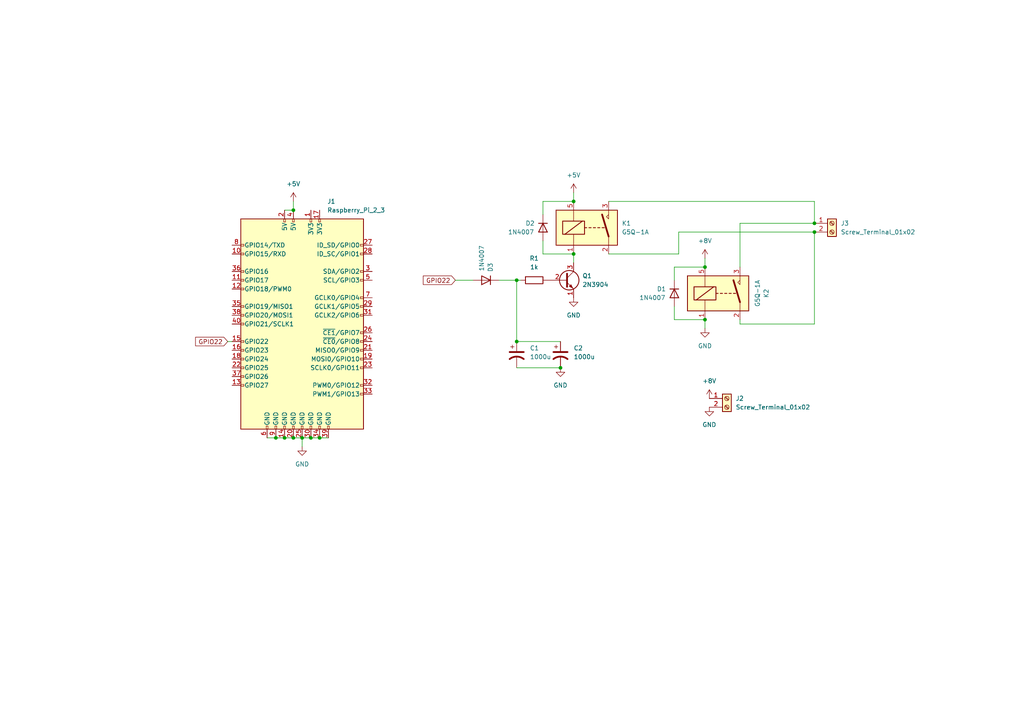
<source format=kicad_sch>
(kicad_sch (version 20230121) (generator eeschema)
  (paper "A4")
  (lib_symbols
    (symbol "Connector:Raspberry_Pi_2_3" (pin_names (offset 1.016))
      (property "Reference" "J" (at -17.78 31.75 0))
      (property "Value" "Raspberry_Pi_2_3" (at 10.16 -31.75 0))
      (symbol "Raspberry_Pi_2_3_0_1"
        (rectangle (start -17.78 30.48) (end 17.78 -30.48) (stroke (width 0.254)) (fill (type background)))
      )
      (symbol "Raspberry_Pi_2_3_1_1"
        (rectangle (start -16.891 -17.526) (end -17.78 -18.034))
        (rectangle (start -16.891 -14.986) (end -17.78 -15.494))
        (rectangle (start -16.891 -12.446) (end -17.78 -12.954))
        (rectangle (start -16.891 -9.906) (end -17.78 -10.414))
        (rectangle (start -16.891 -7.366) (end -17.78 -7.874))
        (rectangle (start -16.891 -4.826) (end -17.78 -5.334))
        (rectangle (start -16.891 0.254) (end -17.78 -0.254))
        (rectangle (start -16.891 2.794) (end -17.78 2.286))
        (rectangle (start -16.891 5.334) (end -17.78 4.826))
        (rectangle (start -16.891 10.414) (end -17.78 9.906))
        (rectangle (start -16.891 12.954) (end -17.78 12.446))
        (rectangle (start -16.891 15.494) (end -17.78 14.986))
        (rectangle (start -16.891 20.574) (end -17.78 20.066))
        (rectangle (start -16.891 23.114) (end -17.78 22.606))
        (rectangle (start -10.414 -29.591) (end -9.906 -30.48))
        (rectangle (start -7.874 -29.591) (end -7.366 -30.48))
        (rectangle (start -5.334 -29.591) (end -4.826 -30.48))
        (rectangle (start -5.334 30.48) (end -4.826 29.591))
        (rectangle (start -2.794 -29.591) (end -2.286 -30.48))
        (rectangle (start -2.794 30.48) (end -2.286 29.591))
        (rectangle (start -0.254 -29.591) (end 0.254 -30.48))
        (rectangle (start 2.286 -29.591) (end 2.794 -30.48))
        (rectangle (start 2.286 30.48) (end 2.794 29.591))
        (rectangle (start 4.826 -29.591) (end 5.334 -30.48))
        (rectangle (start 4.826 30.48) (end 5.334 29.591))
        (rectangle (start 7.366 -29.591) (end 7.874 -30.48))
        (rectangle (start 17.78 -20.066) (end 16.891 -20.574))
        (rectangle (start 17.78 -17.526) (end 16.891 -18.034))
        (rectangle (start 17.78 -12.446) (end 16.891 -12.954))
        (rectangle (start 17.78 -9.906) (end 16.891 -10.414))
        (rectangle (start 17.78 -7.366) (end 16.891 -7.874))
        (rectangle (start 17.78 -4.826) (end 16.891 -5.334))
        (rectangle (start 17.78 -2.286) (end 16.891 -2.794))
        (rectangle (start 17.78 2.794) (end 16.891 2.286))
        (rectangle (start 17.78 5.334) (end 16.891 4.826))
        (rectangle (start 17.78 7.874) (end 16.891 7.366))
        (rectangle (start 17.78 12.954) (end 16.891 12.446))
        (rectangle (start 17.78 15.494) (end 16.891 14.986))
        (rectangle (start 17.78 20.574) (end 16.891 20.066))
        (rectangle (start 17.78 23.114) (end 16.891 22.606))
        (pin power_in line (at 2.54 33.02 270) (length 2.54) (name "3V3") (number "1"))
        (pin bidirectional line (at -20.32 20.32 0) (length 2.54) (name "GPIO15/RXD") (number "10"))
        (pin bidirectional line (at -20.32 12.7 0) (length 2.54) (name "GPIO17") (number "11"))
        (pin bidirectional line (at -20.32 10.16 0) (length 2.54) (name "GPIO18/PWM0") (number "12"))
        (pin bidirectional line (at -20.32 -17.78 0) (length 2.54) (name "GPIO27") (number "13"))
        (pin power_in line (at -5.08 -33.02 90) (length 2.54) (name "GND") (number "14"))
        (pin bidirectional line (at -20.32 -5.08 0) (length 2.54) (name "GPIO22") (number "15"))
        (pin bidirectional line (at -20.32 -7.62 0) (length 2.54) (name "GPIO23") (number "16"))
        (pin power_in line (at 5.08 33.02 270) (length 2.54) (name "3V3") (number "17"))
        (pin bidirectional line (at -20.32 -10.16 0) (length 2.54) (name "GPIO24") (number "18"))
        (pin bidirectional line (at 20.32 -10.16 180) (length 2.54) (name "MOSI0/GPIO10") (number "19"))
        (pin power_in line (at -5.08 33.02 270) (length 2.54) (name "5V") (number "2"))
        (pin power_in line (at -2.54 -33.02 90) (length 2.54) (name "GND") (number "20"))
        (pin bidirectional line (at 20.32 -7.62 180) (length 2.54) (name "MISO0/GPIO9") (number "21"))
        (pin bidirectional line (at -20.32 -12.7 0) (length 2.54) (name "GPIO25") (number "22"))
        (pin bidirectional line (at 20.32 -12.7 180) (length 2.54) (name "SCLK0/GPIO11") (number "23"))
        (pin bidirectional line (at 20.32 -5.08 180) (length 2.54) (name "~{CE0}/GPIO8") (number "24"))
        (pin power_in line (at 0 -33.02 90) (length 2.54) (name "GND") (number "25"))
        (pin bidirectional line (at 20.32 -2.54 180) (length 2.54) (name "~{CE1}/GPIO7") (number "26"))
        (pin bidirectional line (at 20.32 22.86 180) (length 2.54) (name "ID_SD/GPIO0") (number "27"))
        (pin bidirectional line (at 20.32 20.32 180) (length 2.54) (name "ID_SC/GPIO1") (number "28"))
        (pin bidirectional line (at 20.32 5.08 180) (length 2.54) (name "GCLK1/GPIO5") (number "29"))
        (pin bidirectional line (at 20.32 15.24 180) (length 2.54) (name "SDA/GPIO2") (number "3"))
        (pin power_in line (at 2.54 -33.02 90) (length 2.54) (name "GND") (number "30"))
        (pin bidirectional line (at 20.32 2.54 180) (length 2.54) (name "GCLK2/GPIO6") (number "31"))
        (pin bidirectional line (at 20.32 -17.78 180) (length 2.54) (name "PWM0/GPIO12") (number "32"))
        (pin bidirectional line (at 20.32 -20.32 180) (length 2.54) (name "PWM1/GPIO13") (number "33"))
        (pin power_in line (at 5.08 -33.02 90) (length 2.54) (name "GND") (number "34"))
        (pin bidirectional line (at -20.32 5.08 0) (length 2.54) (name "GPIO19/MISO1") (number "35"))
        (pin bidirectional line (at -20.32 15.24 0) (length 2.54) (name "GPIO16") (number "36"))
        (pin bidirectional line (at -20.32 -15.24 0) (length 2.54) (name "GPIO26") (number "37"))
        (pin bidirectional line (at -20.32 2.54 0) (length 2.54) (name "GPIO20/MOSI1") (number "38"))
        (pin power_in line (at 7.62 -33.02 90) (length 2.54) (name "GND") (number "39"))
        (pin power_in line (at -2.54 33.02 270) (length 2.54) (name "5V") (number "4"))
        (pin bidirectional line (at -20.32 0 0) (length 2.54) (name "GPIO21/SCLK1") (number "40"))
        (pin bidirectional line (at 20.32 12.7 180) (length 2.54) (name "SCL/GPIO3") (number "5"))
        (pin power_in line (at -10.16 -33.02 90) (length 2.54) (name "GND") (number "6"))
        (pin bidirectional line (at 20.32 7.62 180) (length 2.54) (name "GCLK0/GPIO4") (number "7"))
        (pin bidirectional line (at -20.32 22.86 0) (length 2.54) (name "GPIO14/TXD") (number "8"))
        (pin power_in line (at -7.62 -33.02 90) (length 2.54) (name "GND") (number "9"))
      )
    )
    (symbol "Connector:Screw_Terminal_01x02" (pin_names (offset 1.016) hide)
      (property "Reference" "J" (at 0 2.54 0))
      (property "Value" "Screw_Terminal_01x02" (at 0 -5.08 0))
      (symbol "Screw_Terminal_01x02_1_1"
        (rectangle (start -1.27 1.27) (end 1.27 -3.81) (stroke (width 0.254)) (fill (type background)))
        (circle (center 0 -2.54) (radius 0.635) (stroke (width 0.1524)))
        (polyline (pts (xy -0.5334 -2.2098) (xy 0.3302 -3.048)) (stroke (width 0.1524)))
        (polyline (pts (xy -0.5334 0.3302) (xy 0.3302 -0.508)) (stroke (width 0.1524)))
        (polyline (pts (xy -0.3556 -2.032) (xy 0.508 -2.8702)) (stroke (width 0.1524)))
        (polyline (pts (xy -0.3556 0.508) (xy 0.508 -0.3302)) (stroke (width 0.1524)))
        (circle (center 0 0) (radius 0.635) (stroke (width 0.1524)))
        (pin passive line (at -5.08 0 0) (length 3.81) (name "Pin_1") (number "1"))
        (pin passive line (at -5.08 -2.54 0) (length 3.81) (name "Pin_2") (number "2"))
      )
    )
    (symbol "Device:C_Polarized_US" (pin_numbers hide) (pin_names (offset 0.254) hide)
      (property "Reference" "C" (at 0.635 2.54 0))
      (property "Value" "C_Polarized_US" (at 0.635 -2.54 0))
      (symbol "C_Polarized_US_0_1"
        (polyline (pts (xy -2.032 0.762) (xy 2.032 0.762)) (stroke (width 0.508)))
        (polyline (pts (xy -1.778 2.286) (xy -0.762 2.286)))
        (polyline (pts (xy -1.27 1.778) (xy -1.27 2.794)))
        (arc (start 2.032 -1.27) (mid 0 -0.5572) (end -2.032 -1.27) (stroke (width 0.508)))
      )
      (symbol "C_Polarized_US_1_1"
        (pin passive line (at 0 3.81 270) (length 2.794) (name "~") (number "1"))
        (pin passive line (at 0 -3.81 90) (length 3.302) (name "~") (number "2"))
      )
    )
    (symbol "Device:R" (pin_numbers hide) (pin_names (offset 0))
      (property "Reference" "R" (at 2.032 0 90))
      (property "Value" "R" (at 0 0 90))
      (symbol "R_0_1"
        (rectangle (start -1.016 -2.54) (end 1.016 2.54) (stroke (width 0.254)))
      )
      (symbol "R_1_1"
        (pin passive line (at 0 3.81 270) (length 1.27) (name "~") (number "1"))
        (pin passive line (at 0 -3.81 90) (length 1.27) (name "~") (number "2"))
      )
    )
    (symbol "Diode:1N4007" (pin_numbers hide) (pin_names hide)
      (property "Reference" "D" (at 0 2.54 0))
      (property "Value" "1N4007" (at 0 -2.54 0))
      (symbol "1N4007_0_1"
        (polyline (pts (xy -1.27 1.27) (xy -1.27 -1.27)) (stroke (width 0.254)))
        (polyline (pts (xy 1.27 0) (xy -1.27 0)))
        (polyline (pts (xy 1.27 1.27) (xy 1.27 -1.27) (xy -1.27 0) (xy 1.27 1.27)) (stroke (width 0.254)))
      )
      (symbol "1N4007_1_1"
        (pin passive line (at -3.81 0 0) (length 2.54) (name "K") (number "1"))
        (pin passive line (at 3.81 0 180) (length 2.54) (name "A") (number "2"))
      )
    )
    (symbol "Relay:G5Q-1A"
      (property "Reference" "K" (at 8.89 3.81 0))
      (property "Value" "G5Q-1A" (at 8.89 1.27 0))
      (symbol "G5Q-1A_0_0"
        (polyline (pts (xy 5.08 5.08) (xy 5.08 2.54) (xy 4.445 3.175) (xy 5.08 3.81)))
      )
      (symbol "G5Q-1A_0_1"
        (rectangle (start -10.16 5.08) (end 7.62 -5.08) (stroke (width 0.254)) (fill (type background)))
        (rectangle (start -8.255 1.905) (end -1.905 -1.905) (stroke (width 0.254)))
        (polyline (pts (xy -7.62 -1.905) (xy -2.54 1.905)) (stroke (width 0.254)))
        (polyline (pts (xy -5.08 -5.08) (xy -5.08 -1.905)))
        (polyline (pts (xy -5.08 5.08) (xy -5.08 1.905)))
        (polyline (pts (xy -1.905 0) (xy -1.27 0)) (stroke (width 0.254)))
        (polyline (pts (xy -0.635 0) (xy 0 0)) (stroke (width 0.254)))
        (polyline (pts (xy 0.635 0) (xy 1.27 0)) (stroke (width 0.254)))
        (polyline (pts (xy 1.905 0) (xy 2.54 0)) (stroke (width 0.254)))
        (polyline (pts (xy 3.175 0) (xy 3.81 0)) (stroke (width 0.254)))
        (polyline (pts (xy 5.08 -2.54) (xy 3.175 3.81)) (stroke (width 0.508)))
        (polyline (pts (xy 5.08 -2.54) (xy 5.08 -5.08)))
      )
      (symbol "G5Q-1A_1_1"
        (pin passive line (at -5.08 -7.62 90) (length 2.54) (name "~") (number "1"))
        (pin passive line (at 5.08 -7.62 90) (length 2.54) (name "~") (number "2"))
        (pin passive line (at 5.08 7.62 270) (length 2.54) (name "~") (number "3"))
        (pin passive line (at -5.08 7.62 270) (length 2.54) (name "~") (number "5"))
      )
    )
    (symbol "Transistor_BJT:2N3904" (pin_names (offset 0) hide)
      (property "Reference" "Q" (at 5.08 1.905 0))
      (property "Value" "2N3904" (at 5.08 0 0))
      (symbol "2N3904_0_1"
        (polyline (pts (xy 0.635 0.635) (xy 2.54 2.54)))
        (polyline (pts (xy 0.635 -0.635) (xy 2.54 -2.54) (xy 2.54 -2.54)))
        (polyline (pts (xy 0.635 1.905) (xy 0.635 -1.905) (xy 0.635 -1.905)) (stroke (width 0.508)))
        (polyline (pts (xy 1.27 -1.778) (xy 1.778 -1.27) (xy 2.286 -2.286) (xy 1.27 -1.778) (xy 1.27 -1.778)) (fill (type outline)))
        (circle (center 1.27 0) (radius 2.8194) (stroke (width 0.254)))
      )
      (symbol "2N3904_1_1"
        (pin passive line (at 2.54 -5.08 90) (length 2.54) (name "E") (number "1"))
        (pin passive line (at -5.08 0 0) (length 5.715) (name "B") (number "2"))
        (pin passive line (at 2.54 5.08 270) (length 2.54) (name "C") (number "3"))
      )
    )
    (symbol "power:+5V" (power) (pin_names (offset 0))
      (property "Value" "+5V" (at 0 3.556 0))
      (symbol "+5V_0_1"
        (polyline (pts (xy -0.762 1.27) (xy 0 2.54)))
        (polyline (pts (xy 0 0) (xy 0 2.54)))
        (polyline (pts (xy 0 2.54) (xy 0.762 1.27)))
      )
      (symbol "+5V_1_1"
        (pin power_in line (at 0 0 90) (length 0) hide (name "+5V") (number "1"))
      )
    )
    (symbol "power:+8V" (power) (pin_names (offset 0))
      (property "Value" "+8V" (at 0 3.556 0))
      (symbol "+8V_0_1"
        (polyline (pts (xy -0.762 1.27) (xy 0 2.54)))
        (polyline (pts (xy 0 0) (xy 0 2.54)))
        (polyline (pts (xy 0 2.54) (xy 0.762 1.27)))
      )
      (symbol "+8V_1_1"
        (pin power_in line (at 0 0 90) (length 0) hide (name "+8V") (number "1"))
      )
    )
    (symbol "power:GND" (power) (pin_names (offset 0))
      (property "Value" "GND" (at 0 -3.81 0))
      (symbol "GND_0_1"
        (polyline (pts (xy 0 0) (xy 0 -1.27) (xy 1.27 -1.27) (xy 0 -2.54) (xy -1.27 -1.27) (xy 0 -1.27)))
      )
      (symbol "GND_1_1"
        (pin power_in line (at 0 0 270) (length 0) hide (name "GND") (number "1"))
      )
    )
  )
  (junction (at 80.01 127))
  (junction (at 166.37 58.42))
  (junction (at 87.63 127))
  (junction (at 204.47 77.47))
  (junction (at 166.37 73.66))
  (junction (at 204.47 92.71))
  (junction (at 82.55 127))
  (junction (at 85.09 127))
  (junction (at 162.56 106.68))
  (junction (at 92.71 127))
  (junction (at 85.09 60.96))
  (junction (at 149.86 81.28))
  (junction (at 149.86 99.06))
  (junction (at 90.17 127))
  (junction (at 236.22 67.31))
  (junction (at 236.22 64.77))
  (wire (pts (xy 236.22 93.98) (xy 236.22 67.31)))
  (wire (pts (xy 80.01 127) (xy 82.55 127)))
  (wire (pts (xy 82.55 127) (xy 85.09 127)))
  (wire (pts (xy 176.53 73.66) (xy 196.85 73.66)))
  (wire (pts (xy 214.63 77.47) (xy 214.63 64.77)))
  (wire (pts (xy 195.58 77.47) (xy 204.47 77.47)))
  (wire (pts (xy 90.17 127) (xy 92.71 127)))
  (wire (pts (xy 85.09 127) (xy 87.63 127)))
  (wire (pts (xy 66.04 99.06) (xy 67.31 99.06)))
  (wire (pts (xy 157.48 69.85) (xy 157.48 73.66)))
  (wire (pts (xy 92.71 127) (xy 95.25 127)))
  (wire (pts (xy 157.48 58.42) (xy 166.37 58.42)))
  (wire (pts (xy 149.86 106.68) (xy 162.56 106.68)))
  (wire (pts (xy 195.58 81.28) (xy 195.58 77.47)))
  (wire (pts (xy 195.58 92.71) (xy 204.47 92.71)))
  (wire (pts (xy 85.09 58.42) (xy 85.09 60.96)))
  (wire (pts (xy 149.86 81.28) (xy 151.13 81.28)))
  (wire (pts (xy 204.47 74.93) (xy 204.47 77.47)))
  (wire (pts (xy 204.47 92.71) (xy 204.47 95.25)))
  (wire (pts (xy 77.47 127) (xy 80.01 127)))
  (wire (pts (xy 87.63 127) (xy 87.63 129.54)))
  (wire (pts (xy 149.86 99.06) (xy 162.56 99.06)))
  (wire (pts (xy 166.37 55.88) (xy 166.37 58.42)))
  (wire (pts (xy 196.85 73.66) (xy 196.85 67.31)))
  (wire (pts (xy 166.37 73.66) (xy 166.37 76.2)))
  (wire (pts (xy 87.63 127) (xy 90.17 127)))
  (wire (pts (xy 176.53 58.42) (xy 236.22 58.42)))
  (wire (pts (xy 157.48 73.66) (xy 166.37 73.66)))
  (wire (pts (xy 195.58 88.9) (xy 195.58 92.71)))
  (wire (pts (xy 144.78 81.28) (xy 149.86 81.28)))
  (wire (pts (xy 132.08 81.28) (xy 137.16 81.28)))
  (wire (pts (xy 214.63 64.77) (xy 236.22 64.77)))
  (wire (pts (xy 149.86 81.28) (xy 149.86 99.06)))
  (wire (pts (xy 196.85 67.31) (xy 236.22 67.31)))
  (wire (pts (xy 214.63 92.71) (xy 214.63 93.98)))
  (wire (pts (xy 236.22 58.42) (xy 236.22 64.77)))
  (wire (pts (xy 82.55 60.96) (xy 85.09 60.96)))
  (wire (pts (xy 157.48 62.23) (xy 157.48 58.42)))
  (wire (pts (xy 214.63 93.98) (xy 236.22 93.98)))
  (global_label "GPIO22" (shape input) (at 66.04 99.06 180) (property "Intersheetrefs" "${INTERSHEET_REFS}" (effects hide)))
  (global_label "GPIO22" (shape input) (at 132.08 81.28 180) (property "Intersheetrefs" "${INTERSHEET_REFS}" (effects hide)))
  (symbol (lib_id "power:+8V") (at 204.47 74.93 0) (unit 1)
    (property "Reference" "#PWR05" (effects hide))
    (property "Value" "+8V" (at 204.47 69.85 0))
  )
  (symbol (lib_id "Diode:1N4007") (at 140.97 81.28 180) (unit 1)
    (property "Reference" "D3" (at 142.24 76.2 90) (effects (justify left)))
    (property "Value" "1N4007" (at 139.7 71.12 90) (effects (justify left)))
    (property "Footprint" "Diode_THT:D_DO-41_SOD81_P10.16mm_Horizontal" (effects hide))
    (property "Datasheet" "http://www.vishay.com/docs/88503/1n4001.pdf" (effects hide))
    (property "Sim.Device" "D" (effects hide))
    (property "Sim.Pins" "1=K 2=A" (effects hide))
  )
  (symbol (lib_id "power:+5V") (at 166.37 55.88 0) (unit 1)
    (property "Reference" "#PWR07" (effects hide))
    (property "Value" "+5V" (at 166.37 50.8 0))
  )
  (symbol (lib_id "Connector:Screw_Terminal_01x02") (at 210.82 115.57 0) (unit 1)
    (property "Reference" "J2" (at 213.36 115.57 0) (effects (justify left)))
    (property "Value" "Screw_Terminal_01x02" (at 213.36 118.11 0) (effects (justify left)))
    (property "Footprint" "TerminalBlock_Phoenix:TerminalBlock_Phoenix_MKDS-1,5-2-5.08_1x02_P5.08mm_Horizontal" (effects hide))
  )
  (symbol (lib_id "Connector:Raspberry_Pi_2_3") (at 87.63 93.98 0) (unit 1)
    (property "Reference" "J1" (at 94.9041 58.42 0) (effects (justify left)))
    (property "Value" "Raspberry_Pi_2_3" (at 94.9041 60.96 0) (effects (justify left)))
    (property "Footprint" "Connector_PinSocket_2.54mm:PinSocket_2x20_P2.54mm_Vertical" (effects hide))
    (property "Datasheet" "https://www.raspberrypi.org/documentation/hardware/raspberrypi/schematics/rpi_SCH_3bplus_1p0_reduced.pdf" (effects hide))
  )
  (symbol (lib_id "Diode:1N4007") (at 195.58 85.09 270) (unit 1)
    (property "Reference" "D1" (at 190.5 83.82 90) (effects (justify left)))
    (property "Value" "1N4007" (at 185.42 86.36 90) (effects (justify left)))
    (property "Footprint" "Diode_THT:D_DO-41_SOD81_P10.16mm_Horizontal" (effects hide))
    (property "Datasheet" "http://www.vishay.com/docs/88503/1n4001.pdf" (effects hide))
    (property "Sim.Device" "D" (effects hide))
    (property "Sim.Pins" "1=K 2=A" (effects hide))
  )
  (symbol (lib_id "power:GND") (at 166.37 86.36 0) (unit 1)
    (property "Reference" "#PWR08" (effects hide))
    (property "Value" "GND" (at 166.37 91.44 0))
  )
  (symbol (lib_id "power:+8V") (at 205.74 115.57 0) (unit 1)
    (property "Reference" "#PWR04" (effects hide))
    (property "Value" "+8V" (at 205.74 110.49 0))
  )
  (symbol (lib_id "Connector:Screw_Terminal_01x02") (at 241.3 64.77 0) (unit 1)
    (property "Reference" "J3" (at 243.84 64.77 0) (effects (justify left)))
    (property "Value" "Screw_Terminal_01x02" (at 243.84 67.31 0) (effects (justify left)))
    (property "Footprint" "TerminalBlock_Phoenix:TerminalBlock_Phoenix_MKDS-1,5-2-5.08_1x02_P5.08mm_Horizontal" (effects hide))
  )
  (symbol (lib_id "power:GND") (at 205.74 118.11 0) (unit 1)
    (property "Reference" "#PWR03" (effects hide))
    (property "Value" "GND" (at 205.74 123.19 0))
  )
  (symbol (lib_id "Device:C_Polarized_US") (at 162.56 102.87 0) (unit 1)
    (property "Reference" "C2" (at 166.37 100.965 0) (effects (justify left)))
    (property "Value" "1000u" (at 166.37 103.505 0) (effects (justify left)))
    (property "Footprint" "Capacitor_THT:CP_Radial_D8.0mm_P3.50mm" (effects hide))
  )
  (symbol (lib_id "Relay:G5Q-1A") (at 209.55 85.09 0) (unit 1)
    (property "Reference" "K2" (at 222.25 85.09 90))
    (property "Value" "G5Q-1A" (at 219.71 85.09 90))
    (property "Footprint" "Relay_THT:Relay_SPST_Omron-G5Q-1A" (effects hide))
    (property "Datasheet" "https://www.omron.com/ecb/products/pdf/en-g5q.pdf" (effects hide))
  )
  (symbol (lib_id "Relay:G5Q-1A") (at 171.45 66.04 0) (unit 1)
    (property "Reference" "K1" (at 180.34 64.77 0) (effects (justify left)))
    (property "Value" "G5Q-1A" (at 180.34 67.31 0) (effects (justify left)))
    (property "Footprint" "Relay_THT:Relay_SPST_Omron-G5Q-1A" (effects hide))
    (property "Datasheet" "https://www.omron.com/ecb/products/pdf/en-g5q.pdf" (effects hide))
  )
  (symbol (lib_id "Device:R") (at 154.94 81.28 90) (unit 1)
    (property "Reference" "R1" (at 154.94 74.93 90))
    (property "Value" "1k" (at 154.94 77.47 90))
    (property "Footprint" "PCM_4ms_Resistor:R_Axial_DIN0207_L6.3mm_D2.5mm_P7.62mm_Horizontal" (effects hide))
  )
  (symbol (lib_id "Transistor_BJT:2N3904") (at 163.83 81.28 0) (unit 1)
    (property "Reference" "Q1" (at 168.91 80.01 0) (effects (justify left)))
    (property "Value" "2N3904" (at 168.91 82.55 0) (effects (justify left)))
    (property "Footprint" "Package_TO_SOT_THT:TO-92_Inline" (effects hide))
    (property "Datasheet" "https://www.onsemi.com/pub/Collateral/2N3903-D.PDF" (effects hide))
  )
  (symbol (lib_id "Device:C_Polarized_US") (at 149.86 102.87 0) (unit 1)
    (property "Reference" "C1" (at 153.67 100.965 0) (effects (justify left)))
    (property "Value" "1000u" (at 153.67 103.505 0) (effects (justify left)))
    (property "Footprint" "Capacitor_THT:CP_Radial_D8.0mm_P3.50mm" (effects hide))
  )
  (symbol (lib_id "power:GND") (at 162.56 106.68 0) (unit 1)
    (property "Reference" "#PWR09" (effects hide))
    (property "Value" "GND" (at 162.56 111.76 0))
  )
  (symbol (lib_id "Diode:1N4007") (at 157.48 66.04 270) (unit 1)
    (property "Reference" "D2" (at 152.4 64.77 90) (effects (justify left)))
    (property "Value" "1N4007" (at 147.32 67.31 90) (effects (justify left)))
    (property "Footprint" "Diode_THT:D_DO-41_SOD81_P10.16mm_Horizontal" (effects hide))
    (property "Datasheet" "http://www.vishay.com/docs/88503/1n4001.pdf" (effects hide))
    (property "Sim.Device" "D" (effects hide))
    (property "Sim.Pins" "1=K 2=A" (effects hide))
  )
  (symbol (lib_id "power:GND") (at 87.63 129.54 0) (unit 1)
    (property "Reference" "#PWR01" (effects hide))
    (property "Value" "GND" (at 87.63 134.62 0))
  )
  (symbol (lib_id "power:+5V") (at 85.09 58.42 0) (unit 1)
    (property "Reference" "#PWR02" (effects hide))
    (property "Value" "+5V" (at 85.09 53.34 0))
  )
  (symbol (lib_id "power:GND") (at 204.47 95.25 0) (unit 1)
    (property "Reference" "#PWR06" (effects hide))
    (property "Value" "GND" (at 204.47 100.33 0))
  )
)
</source>
